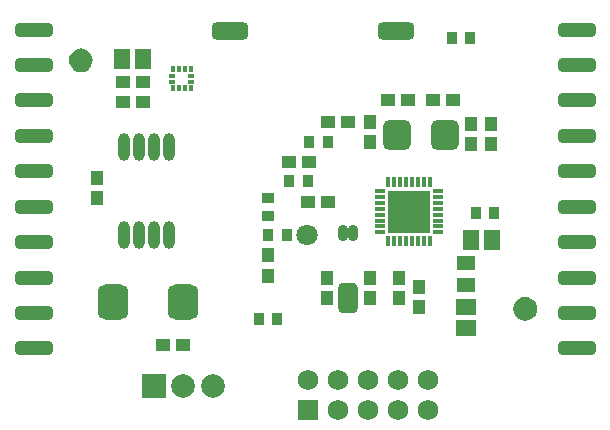
<source format=gts>
G04 Layer_Color=8388736*
%FSLAX24Y24*%
%MOIN*%
G70*
G01*
G75*
%ADD55R,0.0474X0.0434*%
%ADD56R,0.0434X0.0474*%
%ADD57R,0.0356X0.0434*%
G04:AMPARAMS|DCode=58|XSize=102.5mil|YSize=118.2mil|CornerRadius=27.6mil|HoleSize=0mil|Usage=FLASHONLY|Rotation=180.000|XOffset=0mil|YOffset=0mil|HoleType=Round|Shape=RoundedRectangle|*
%AMROUNDEDRECTD58*
21,1,0.1025,0.0630,0,0,180.0*
21,1,0.0472,0.1182,0,0,180.0*
1,1,0.0552,-0.0236,0.0315*
1,1,0.0552,0.0236,0.0315*
1,1,0.0552,0.0236,-0.0315*
1,1,0.0552,-0.0236,-0.0315*
%
%ADD58ROUNDEDRECTD58*%
%ADD59R,0.0157X0.0197*%
%ADD60R,0.0197X0.0157*%
%ADD61R,0.0533X0.0651*%
G04:AMPARAMS|DCode=62|XSize=98.6mil|YSize=90.7mil|CornerRadius=16.4mil|HoleSize=0mil|Usage=FLASHONLY|Rotation=90.000|XOffset=0mil|YOffset=0mil|HoleType=Round|Shape=RoundedRectangle|*
%AMROUNDEDRECTD62*
21,1,0.0986,0.0579,0,0,90.0*
21,1,0.0657,0.0907,0,0,90.0*
1,1,0.0328,0.0289,0.0329*
1,1,0.0328,0.0289,-0.0329*
1,1,0.0328,-0.0289,-0.0329*
1,1,0.0328,-0.0289,0.0329*
%
%ADD62ROUNDEDRECTD62*%
%ADD63R,0.1398X0.1398*%
%ADD64O,0.0374X0.0150*%
%ADD65O,0.0150X0.0374*%
%ADD66R,0.0631X0.0493*%
%ADD67R,0.0651X0.0533*%
G04:AMPARAMS|DCode=68|XSize=51.3mil|YSize=31.6mil|CornerRadius=9.9mil|HoleSize=0mil|Usage=FLASHONLY|Rotation=270.000|XOffset=0mil|YOffset=0mil|HoleType=Round|Shape=RoundedRectangle|*
%AMROUNDEDRECTD68*
21,1,0.0513,0.0118,0,0,270.0*
21,1,0.0315,0.0316,0,0,270.0*
1,1,0.0198,-0.0059,-0.0157*
1,1,0.0198,-0.0059,0.0157*
1,1,0.0198,0.0059,0.0157*
1,1,0.0198,0.0059,-0.0157*
%
%ADD68ROUNDEDRECTD68*%
G04:AMPARAMS|DCode=69|XSize=102.5mil|YSize=67.1mil|CornerRadius=18.8mil|HoleSize=0mil|Usage=FLASHONLY|Rotation=270.000|XOffset=0mil|YOffset=0mil|HoleType=Round|Shape=RoundedRectangle|*
%AMROUNDEDRECTD69*
21,1,0.1025,0.0295,0,0,270.0*
21,1,0.0650,0.0671,0,0,270.0*
1,1,0.0375,-0.0148,-0.0325*
1,1,0.0375,-0.0148,0.0325*
1,1,0.0375,0.0148,0.0325*
1,1,0.0375,0.0148,-0.0325*
%
%ADD69ROUNDEDRECTD69*%
%ADD70R,0.0434X0.0356*%
%ADD71O,0.0375X0.0930*%
G04:AMPARAMS|DCode=72|XSize=122.2mil|YSize=59.2mil|CornerRadius=16.8mil|HoleSize=0mil|Usage=FLASHONLY|Rotation=180.000|XOffset=0mil|YOffset=0mil|HoleType=Round|Shape=RoundedRectangle|*
%AMROUNDEDRECTD72*
21,1,0.1222,0.0256,0,0,180.0*
21,1,0.0886,0.0592,0,0,180.0*
1,1,0.0336,-0.0443,0.0128*
1,1,0.0336,0.0443,0.0128*
1,1,0.0336,0.0443,-0.0128*
1,1,0.0336,-0.0443,-0.0128*
%
%ADD72ROUNDEDRECTD72*%
%ADD73C,0.0789*%
%ADD74R,0.0789X0.0789*%
%ADD75C,0.0710*%
G04:AMPARAMS|DCode=76|XSize=126.1mil|YSize=47.4mil|CornerRadius=13.8mil|HoleSize=0mil|Usage=FLASHONLY|Rotation=0.000|XOffset=0mil|YOffset=0mil|HoleType=Round|Shape=RoundedRectangle|*
%AMROUNDEDRECTD76*
21,1,0.1261,0.0197,0,0,0.0*
21,1,0.0984,0.0474,0,0,0.0*
1,1,0.0277,0.0492,-0.0098*
1,1,0.0277,-0.0492,-0.0098*
1,1,0.0277,-0.0492,0.0098*
1,1,0.0277,0.0492,0.0098*
%
%ADD76ROUNDEDRECTD76*%
%ADD77C,0.0680*%
%ADD78R,0.0680X0.0680*%
G36*
X26678Y41171D02*
X26773Y41131D01*
X26856Y41068D01*
X26919Y40986D01*
X26958Y40890D01*
X26972Y40787D01*
X26958Y40685D01*
X26919Y40589D01*
X26856Y40507D01*
X26773Y40444D01*
X26678Y40404D01*
X26575Y40390D01*
X26472Y40404D01*
X26376Y40444D01*
X26294Y40507D01*
X26231Y40589D01*
X26191Y40685D01*
X26178Y40787D01*
X26191Y40890D01*
X26231Y40986D01*
X26294Y41068D01*
X26376Y41131D01*
X26472Y41171D01*
X26575Y41185D01*
X26678Y41171D01*
D02*
G37*
G36*
X41491Y32884D02*
X41586Y32844D01*
X41669Y32781D01*
X41732Y32699D01*
X41771Y32603D01*
X41785Y32500D01*
X41771Y32397D01*
X41732Y32301D01*
X41669Y32219D01*
X41586Y32156D01*
X41491Y32116D01*
X41388Y32103D01*
X41285Y32116D01*
X41189Y32156D01*
X41107Y32219D01*
X41044Y32301D01*
X41004Y32397D01*
X40991Y32500D01*
X41004Y32603D01*
X41044Y32699D01*
X41107Y32781D01*
X41189Y32844D01*
X41285Y32884D01*
X41388Y32897D01*
X41491Y32884D01*
D02*
G37*
D55*
X38976Y39478D02*
D03*
X38307D02*
D03*
X29980Y31289D02*
D03*
X29311D02*
D03*
X28652Y39400D02*
D03*
X27982D02*
D03*
X28652Y40069D02*
D03*
X27982D02*
D03*
X33524Y37392D02*
D03*
X34193D02*
D03*
X35472Y38730D02*
D03*
X34803D02*
D03*
X34134Y36063D02*
D03*
X34803D02*
D03*
X36821Y39478D02*
D03*
X37490D02*
D03*
D56*
X27096Y36181D02*
D03*
Y36850D02*
D03*
X40246Y38661D02*
D03*
Y37992D02*
D03*
X39587Y37992D02*
D03*
Y38661D02*
D03*
X36220Y38071D02*
D03*
Y38740D02*
D03*
X37175Y32854D02*
D03*
Y33524D02*
D03*
X37835Y33228D02*
D03*
Y32559D02*
D03*
X34774Y33524D02*
D03*
Y32854D02*
D03*
X36201Y33524D02*
D03*
Y32854D02*
D03*
X32825Y34281D02*
D03*
Y33612D02*
D03*
D57*
X33110Y32175D02*
D03*
X32500D02*
D03*
X40344Y35709D02*
D03*
X39734D02*
D03*
X34193Y38061D02*
D03*
X34803D02*
D03*
X33524Y36752D02*
D03*
X34134D02*
D03*
X33435Y34961D02*
D03*
X32825D02*
D03*
X38927Y41535D02*
D03*
X39537D02*
D03*
D58*
X29989Y32717D02*
D03*
X27629D02*
D03*
D59*
X30236Y40492D02*
D03*
X30039D02*
D03*
X29843D02*
D03*
X29646D02*
D03*
Y39862D02*
D03*
X29843D02*
D03*
X30039D02*
D03*
X30236D02*
D03*
D60*
X29626Y40276D02*
D03*
Y40079D02*
D03*
X30256D02*
D03*
Y40276D02*
D03*
D61*
X27943Y40817D02*
D03*
X28652D02*
D03*
X40285Y34793D02*
D03*
X39577D02*
D03*
D62*
X37126Y38307D02*
D03*
X38701D02*
D03*
D63*
X37510Y35738D02*
D03*
D64*
X36535Y36427D02*
D03*
Y36230D02*
D03*
Y36033D02*
D03*
Y35837D02*
D03*
Y35640D02*
D03*
Y35443D02*
D03*
Y35246D02*
D03*
Y35049D02*
D03*
X38484D02*
D03*
Y35246D02*
D03*
Y35443D02*
D03*
Y35640D02*
D03*
Y35837D02*
D03*
Y36033D02*
D03*
Y36230D02*
D03*
Y36427D02*
D03*
D65*
X36821Y34764D02*
D03*
X37018D02*
D03*
X37215D02*
D03*
X37411D02*
D03*
X37608D02*
D03*
X37805D02*
D03*
X38002D02*
D03*
X38199D02*
D03*
Y36713D02*
D03*
X38002D02*
D03*
X37805D02*
D03*
X37608D02*
D03*
X37411D02*
D03*
X37215D02*
D03*
X37018D02*
D03*
X36821D02*
D03*
D66*
X39409Y34035D02*
D03*
Y33287D02*
D03*
D67*
Y31850D02*
D03*
Y32559D02*
D03*
D68*
X35305Y35039D02*
D03*
X35659D02*
D03*
D69*
X35482Y32854D02*
D03*
D70*
X32825Y35591D02*
D03*
Y36201D02*
D03*
D71*
X29502Y34961D02*
D03*
X28502D02*
D03*
X28002D02*
D03*
X29502Y37911D02*
D03*
X28502D02*
D03*
X28002D02*
D03*
X29002Y34961D02*
D03*
Y37911D02*
D03*
D72*
X31535Y41752D02*
D03*
X37087D02*
D03*
D73*
X29980Y29941D02*
D03*
X30965D02*
D03*
D74*
X28996D02*
D03*
D75*
X34094Y34961D02*
D03*
D76*
X43110Y31181D02*
D03*
Y32362D02*
D03*
Y33543D02*
D03*
Y34724D02*
D03*
Y35906D02*
D03*
Y37087D02*
D03*
Y38268D02*
D03*
Y39449D02*
D03*
Y40630D02*
D03*
Y41811D02*
D03*
X25000D02*
D03*
Y40630D02*
D03*
Y39449D02*
D03*
Y38268D02*
D03*
Y37087D02*
D03*
Y35906D02*
D03*
Y34724D02*
D03*
Y33543D02*
D03*
Y32362D02*
D03*
Y31181D02*
D03*
D77*
X36144Y30144D02*
D03*
Y29144D02*
D03*
X37144Y30144D02*
D03*
X38144D02*
D03*
X34144D02*
D03*
X35144D02*
D03*
X37144Y29144D02*
D03*
X38144D02*
D03*
X35144D02*
D03*
D78*
X34144D02*
D03*
M02*

</source>
